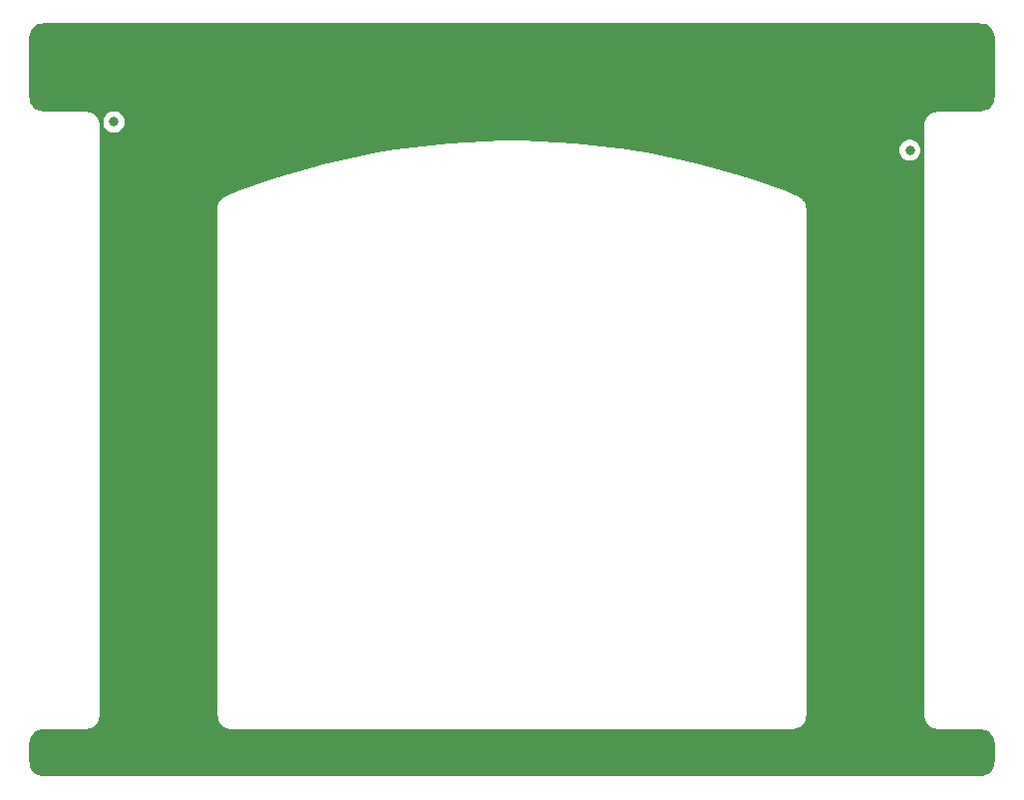
<source format=gbr>
G04 #@! TF.GenerationSoftware,KiCad,Pcbnew,7.0.8*
G04 #@! TF.CreationDate,2023-11-05T16:12:15+01:00*
G04 #@! TF.ProjectId,Front,46726f6e-742e-46b6-9963-61645f706362,rev?*
G04 #@! TF.SameCoordinates,Original*
G04 #@! TF.FileFunction,Copper,L1,Top*
G04 #@! TF.FilePolarity,Positive*
%FSLAX46Y46*%
G04 Gerber Fmt 4.6, Leading zero omitted, Abs format (unit mm)*
G04 Created by KiCad (PCBNEW 7.0.8) date 2023-11-05 16:12:15*
%MOMM*%
%LPD*%
G01*
G04 APERTURE LIST*
G04 #@! TA.AperFunction,ViaPad*
%ADD10C,0.800000*%
G04 #@! TD*
G04 APERTURE END LIST*
D10*
X163800000Y-78800000D03*
X96200000Y-76400000D03*
G04 #@! TA.AperFunction,NonConductor*
G36*
X169706578Y-68006598D02*
G01*
X169711020Y-68006889D01*
X169918851Y-68028097D01*
X169924867Y-68029011D01*
X169928545Y-68029755D01*
X169938610Y-68031794D01*
X170214879Y-68096206D01*
X170235438Y-68102938D01*
X170402697Y-68174414D01*
X170422481Y-68185084D01*
X170443316Y-68198895D01*
X170585067Y-68295695D01*
X170613110Y-68322085D01*
X170815219Y-68582583D01*
X170834917Y-68619478D01*
X170951733Y-68970885D01*
X170956809Y-68992405D01*
X170985119Y-69189887D01*
X170985634Y-69194946D01*
X170987511Y-69226005D01*
X170999300Y-69484645D01*
X170999500Y-69500029D01*
X170999500Y-73999988D01*
X170993399Y-74206580D01*
X170993106Y-74211045D01*
X170971903Y-74418841D01*
X170970989Y-74424858D01*
X170968198Y-74438638D01*
X170903795Y-74714868D01*
X170897059Y-74735440D01*
X170825582Y-74902701D01*
X170814911Y-74922487D01*
X170801091Y-74943334D01*
X170704301Y-75085070D01*
X170677911Y-75113112D01*
X170417415Y-75315219D01*
X170380520Y-75334917D01*
X170029112Y-75451734D01*
X170007591Y-75456810D01*
X169810110Y-75485119D01*
X169805051Y-75485634D01*
X169773989Y-75487512D01*
X169515355Y-75499300D01*
X169499971Y-75499500D01*
X166510334Y-75499500D01*
X166507618Y-75499275D01*
X166499980Y-75499500D01*
X166497697Y-75499500D01*
X166496480Y-75499602D01*
X166474905Y-75500239D01*
X166294946Y-75505551D01*
X166292974Y-75505492D01*
X166292775Y-75505511D01*
X166289487Y-75505729D01*
X166289395Y-75505732D01*
X166287495Y-75506036D01*
X166171002Y-75517923D01*
X166143123Y-75512736D01*
X166093931Y-75524206D01*
X166089779Y-75524692D01*
X166089849Y-75525040D01*
X166080801Y-75526848D01*
X166078429Y-75527208D01*
X166075560Y-75527902D01*
X165870332Y-75569475D01*
X165867982Y-75569829D01*
X165866382Y-75570231D01*
X165864168Y-75571014D01*
X165774015Y-75598120D01*
X165769430Y-75599309D01*
X165765354Y-75600202D01*
X165758632Y-75602381D01*
X165715109Y-75612528D01*
X165710319Y-75619587D01*
X165680219Y-75637892D01*
X165587022Y-75677718D01*
X165586432Y-75677959D01*
X165585851Y-75678358D01*
X165421068Y-75787589D01*
X165419100Y-75788801D01*
X165417377Y-75790367D01*
X165400244Y-75804842D01*
X165398435Y-75806267D01*
X165396938Y-75808011D01*
X165264590Y-75951955D01*
X165264532Y-75952008D01*
X165264536Y-75952011D01*
X165256962Y-75960239D01*
X165251094Y-75969763D01*
X165251093Y-75969762D01*
X165251058Y-75969831D01*
X165171504Y-76098830D01*
X165171316Y-76099112D01*
X165171207Y-76099407D01*
X165094513Y-76285127D01*
X165093684Y-76286983D01*
X165093232Y-76289012D01*
X165044055Y-76481370D01*
X165043289Y-76483925D01*
X165043017Y-76486561D01*
X165014034Y-76688731D01*
X165013571Y-76691035D01*
X165013305Y-76693654D01*
X165013298Y-76695993D01*
X165008927Y-76768284D01*
X165001132Y-76897208D01*
X165001011Y-76899202D01*
X165000808Y-76900784D01*
X165000754Y-76903380D01*
X165000754Y-76903381D01*
X165000752Y-76903476D01*
X165000748Y-76903555D01*
X165000614Y-76906198D01*
X165000696Y-76907724D01*
X164999545Y-76996487D01*
X164999500Y-76997151D01*
X164999500Y-77000015D01*
X164999337Y-77012697D01*
X164999500Y-77014132D01*
X164999500Y-126490822D01*
X164999305Y-126493480D01*
X164999500Y-126500014D01*
X164999500Y-126502925D01*
X164999622Y-126504206D01*
X165005573Y-126705757D01*
X165005533Y-126707876D01*
X165005719Y-126710707D01*
X165006069Y-126712824D01*
X165006114Y-126713256D01*
X165027090Y-126918836D01*
X165027223Y-126921379D01*
X165027473Y-126923008D01*
X165028110Y-126925459D01*
X165069517Y-127129874D01*
X165069967Y-127132792D01*
X165070131Y-127133442D01*
X165071129Y-127136210D01*
X165091518Y-127204025D01*
X165094135Y-127212729D01*
X165098119Y-127225978D01*
X165098781Y-127228530D01*
X165099917Y-127230913D01*
X165177723Y-127412987D01*
X165177956Y-127413558D01*
X165178360Y-127414149D01*
X165256301Y-127531727D01*
X165268640Y-127571645D01*
X165294522Y-127591726D01*
X165297567Y-127594644D01*
X165304569Y-127600147D01*
X165308220Y-127603252D01*
X165425590Y-127711167D01*
X165454603Y-127737842D01*
X165460233Y-127743032D01*
X165460275Y-127743058D01*
X165460278Y-127743060D01*
X165460280Y-127743060D01*
X165461420Y-127743753D01*
X165518694Y-127779074D01*
X165547364Y-127810944D01*
X165579212Y-127821531D01*
X165616108Y-127841229D01*
X165640089Y-127859835D01*
X165661561Y-127857512D01*
X165686957Y-127864945D01*
X165785049Y-127905452D01*
X165786892Y-127906278D01*
X165788776Y-127906706D01*
X165981147Y-127955886D01*
X165986469Y-127957505D01*
X165990474Y-127958922D01*
X165997406Y-127960549D01*
X166039683Y-127974603D01*
X166047928Y-127970838D01*
X166083167Y-127970831D01*
X166113574Y-127975189D01*
X166131106Y-127983187D01*
X166176185Y-127985242D01*
X166179831Y-127985819D01*
X166189317Y-127986318D01*
X166193551Y-127986746D01*
X166196505Y-127986730D01*
X166393366Y-127998634D01*
X166397208Y-127999179D01*
X166401841Y-127999228D01*
X166405117Y-127999349D01*
X166410271Y-127999675D01*
X166414236Y-127999385D01*
X166486273Y-128000321D01*
X166487728Y-128000500D01*
X166500015Y-128000500D01*
X166500092Y-128000501D01*
X166500092Y-128000500D01*
X166510497Y-128000637D01*
X166510493Y-128000931D01*
X166514986Y-128000683D01*
X166587732Y-128003999D01*
X166605031Y-128000500D01*
X169499988Y-128000500D01*
X169706578Y-128006598D01*
X169711020Y-128006889D01*
X169918851Y-128028097D01*
X169924867Y-128029011D01*
X169928545Y-128029755D01*
X169938610Y-128031794D01*
X170214879Y-128096206D01*
X170235438Y-128102938D01*
X170402697Y-128174414D01*
X170422481Y-128185084D01*
X170443316Y-128198895D01*
X170585067Y-128295695D01*
X170613110Y-128322085D01*
X170815219Y-128582583D01*
X170834917Y-128619478D01*
X170951733Y-128970885D01*
X170956809Y-128992405D01*
X170985119Y-129189887D01*
X170985634Y-129194946D01*
X170987511Y-129226005D01*
X170999300Y-129484645D01*
X170999500Y-129500029D01*
X170999500Y-130499988D01*
X170993399Y-130706580D01*
X170993106Y-130711045D01*
X170971903Y-130918841D01*
X170970989Y-130924858D01*
X170968198Y-130938638D01*
X170903795Y-131214868D01*
X170897059Y-131235440D01*
X170825582Y-131402701D01*
X170814911Y-131422487D01*
X170801091Y-131443334D01*
X170704301Y-131585070D01*
X170677911Y-131613112D01*
X170417415Y-131815219D01*
X170380520Y-131834917D01*
X170029112Y-131951734D01*
X170007591Y-131956810D01*
X169810110Y-131985119D01*
X169805051Y-131985634D01*
X169773989Y-131987512D01*
X169515355Y-131999300D01*
X169499971Y-131999500D01*
X90500029Y-131999500D01*
X90484645Y-131999300D01*
X90226005Y-131987511D01*
X90194946Y-131985634D01*
X90189887Y-131985119D01*
X89992405Y-131956809D01*
X89970885Y-131951733D01*
X89619478Y-131834917D01*
X89582583Y-131815219D01*
X89322085Y-131613110D01*
X89295695Y-131585067D01*
X89198895Y-131443316D01*
X89185084Y-131422481D01*
X89174414Y-131402697D01*
X89102940Y-131235443D01*
X89096206Y-131214879D01*
X89031794Y-130938610D01*
X89029011Y-130924867D01*
X89028097Y-130918850D01*
X89028096Y-130918841D01*
X89006889Y-130711020D01*
X89006598Y-130706577D01*
X89000500Y-130499987D01*
X89000500Y-129500029D01*
X89000502Y-129499819D01*
X89000699Y-129484637D01*
X89012486Y-129225981D01*
X89014364Y-129194941D01*
X89014876Y-129189902D01*
X89043189Y-128992405D01*
X89048261Y-128970900D01*
X89165084Y-128619471D01*
X89184774Y-128582591D01*
X89386893Y-128322080D01*
X89414927Y-128295698D01*
X89556720Y-128198868D01*
X89577521Y-128185079D01*
X89597292Y-128174417D01*
X89764569Y-128102934D01*
X89785110Y-128096209D01*
X90061386Y-128031794D01*
X90071641Y-128029717D01*
X90075141Y-128029009D01*
X90081135Y-128028097D01*
X90288981Y-128006889D01*
X90293414Y-128006598D01*
X90500012Y-128000500D01*
X93394968Y-128000500D01*
X93407607Y-128004211D01*
X93485010Y-128000683D01*
X93489506Y-128000929D01*
X93489503Y-128000637D01*
X93499907Y-128000500D01*
X93499908Y-128000501D01*
X93499985Y-128000500D01*
X93500099Y-128000500D01*
X93516156Y-128000500D01*
X93517638Y-128000270D01*
X93586772Y-127999372D01*
X93590638Y-127999623D01*
X93594864Y-127999352D01*
X93598191Y-127999228D01*
X93603623Y-127999171D01*
X93607597Y-127998575D01*
X93803724Y-127986716D01*
X93806772Y-127986721D01*
X93810768Y-127986315D01*
X93820887Y-127985790D01*
X93824401Y-127985214D01*
X93860423Y-127983572D01*
X93886421Y-127975190D01*
X93916824Y-127970832D01*
X93955069Y-127976346D01*
X94002508Y-127960577D01*
X94009870Y-127958857D01*
X94013297Y-127957613D01*
X94019086Y-127955826D01*
X94211355Y-127906671D01*
X94213160Y-127906258D01*
X94214984Y-127905437D01*
X94313042Y-127864945D01*
X94313047Y-127864943D01*
X94359729Y-127859974D01*
X94383890Y-127841230D01*
X94420785Y-127821532D01*
X94450727Y-127811578D01*
X94458769Y-127796876D01*
X94481294Y-127779080D01*
X94537244Y-127744575D01*
X94539716Y-127743061D01*
X94539721Y-127743060D01*
X94539724Y-127743056D01*
X94539763Y-127743033D01*
X94539795Y-127743002D01*
X94539802Y-127742999D01*
X94539806Y-127742992D01*
X94541360Y-127741551D01*
X94691760Y-127603269D01*
X94695463Y-127600125D01*
X94702992Y-127594224D01*
X94705941Y-127591365D01*
X94731061Y-127571875D01*
X94734898Y-127547345D01*
X94743692Y-127531735D01*
X94821687Y-127414072D01*
X94822007Y-127413607D01*
X94822013Y-127413602D01*
X94822015Y-127413595D01*
X94822040Y-127413560D01*
X94822059Y-127413513D01*
X94822063Y-127413508D01*
X94822064Y-127413501D01*
X94822318Y-127412885D01*
X94827334Y-127401149D01*
X94899993Y-127231120D01*
X94901248Y-127228513D01*
X94901964Y-127225699D01*
X94905139Y-127215138D01*
X94928773Y-127136524D01*
X94930024Y-127133116D01*
X94930562Y-127129467D01*
X94953502Y-127016225D01*
X94971968Y-126925063D01*
X94972767Y-126921903D01*
X94972927Y-126918641D01*
X94993419Y-126717820D01*
X94994218Y-126713256D01*
X94994268Y-126711346D01*
X94994542Y-126707175D01*
X94994455Y-126704723D01*
X95000125Y-126512688D01*
X95000500Y-126509841D01*
X95000500Y-126500014D01*
X95000694Y-126493480D01*
X95000500Y-126490822D01*
X95000500Y-84017440D01*
X104999235Y-84017440D01*
X104999500Y-84020250D01*
X104999500Y-126490307D01*
X104999391Y-126491705D01*
X104999500Y-126499981D01*
X104999500Y-126507911D01*
X104999620Y-126509289D01*
X105000701Y-126592671D01*
X105000630Y-126594158D01*
X105000752Y-126596526D01*
X105000877Y-126602564D01*
X105001312Y-126605786D01*
X105013310Y-126804203D01*
X105013325Y-126806597D01*
X105013593Y-126809224D01*
X105014078Y-126811576D01*
X105043031Y-127013537D01*
X105043314Y-127016225D01*
X105044113Y-127018855D01*
X105093253Y-127211067D01*
X105093708Y-127213093D01*
X105094574Y-127215017D01*
X105171179Y-127400523D01*
X105171193Y-127400556D01*
X105171317Y-127400887D01*
X105171489Y-127401143D01*
X105255525Y-127537409D01*
X105256962Y-127539758D01*
X105256997Y-127539796D01*
X105257001Y-127539802D01*
X105257006Y-127539805D01*
X105258416Y-127541328D01*
X105396990Y-127692044D01*
X105398493Y-127693790D01*
X105400352Y-127695247D01*
X105410301Y-127703652D01*
X105417286Y-127709553D01*
X105419161Y-127711262D01*
X105421336Y-127712586D01*
X105585827Y-127821622D01*
X105586394Y-127822009D01*
X105586397Y-127822013D01*
X105586400Y-127822014D01*
X105586438Y-127822040D01*
X105586485Y-127822059D01*
X105586491Y-127822063D01*
X105586497Y-127822064D01*
X105586925Y-127822238D01*
X105680233Y-127862112D01*
X105709369Y-127886132D01*
X105758239Y-127897526D01*
X105765445Y-127899896D01*
X105769039Y-127900637D01*
X105774360Y-127901982D01*
X105863787Y-127928868D01*
X105867122Y-127930071D01*
X105867157Y-127930079D01*
X105870649Y-127930586D01*
X106075219Y-127972025D01*
X106079004Y-127972963D01*
X106081610Y-127973356D01*
X106091319Y-127975418D01*
X106091284Y-127975578D01*
X106094580Y-127975942D01*
X106131507Y-127984551D01*
X106132043Y-127984259D01*
X106170965Y-127982071D01*
X106286950Y-127993906D01*
X106289340Y-127994310D01*
X106293140Y-127994558D01*
X106295542Y-127994463D01*
X106489145Y-128000179D01*
X106491892Y-128000500D01*
X106499901Y-128000500D01*
X106499980Y-128000500D01*
X106507618Y-128000724D01*
X106510334Y-128000500D01*
X153489666Y-128000500D01*
X153492381Y-128000724D01*
X153500020Y-128000500D01*
X153509842Y-128000500D01*
X153512689Y-128000125D01*
X153705137Y-127994443D01*
X153707909Y-127994523D01*
X153710699Y-127994335D01*
X153713335Y-127993876D01*
X153829040Y-127982070D01*
X153856905Y-127987253D01*
X153905446Y-127975936D01*
X153909175Y-127975524D01*
X153909116Y-127975232D01*
X153918905Y-127973223D01*
X153922688Y-127972647D01*
X153925818Y-127971814D01*
X154129475Y-127930560D01*
X154133114Y-127930024D01*
X154136518Y-127928775D01*
X154225761Y-127901945D01*
X154230826Y-127900653D01*
X154235408Y-127899687D01*
X154242169Y-127897430D01*
X154284868Y-127887474D01*
X154289652Y-127880425D01*
X154319754Y-127862116D01*
X154413044Y-127822249D01*
X154413502Y-127822064D01*
X154413508Y-127822063D01*
X154413512Y-127822059D01*
X154413559Y-127822041D01*
X154413597Y-127822014D01*
X154413601Y-127822013D01*
X154413603Y-127822009D01*
X154413981Y-127821749D01*
X154578349Y-127712792D01*
X154580798Y-127711320D01*
X154582860Y-127709427D01*
X154599540Y-127695337D01*
X154601462Y-127693838D01*
X154602984Y-127692070D01*
X154741553Y-127541359D01*
X154742990Y-127539808D01*
X154742999Y-127539802D01*
X154743004Y-127539793D01*
X154743035Y-127539760D01*
X154743056Y-127539724D01*
X154743060Y-127539721D01*
X154743061Y-127539716D01*
X154744548Y-127537289D01*
X154828507Y-127401149D01*
X154828645Y-127400938D01*
X154828650Y-127400934D01*
X154828652Y-127400928D01*
X154828682Y-127400883D01*
X154828699Y-127400837D01*
X154828704Y-127400830D01*
X154828705Y-127400820D01*
X154828806Y-127400556D01*
X154905384Y-127215111D01*
X154906253Y-127213192D01*
X154906678Y-127211328D01*
X154955826Y-127019086D01*
X154956715Y-127016205D01*
X154957012Y-127013229D01*
X154985854Y-126812026D01*
X154986487Y-126809073D01*
X154986721Y-126806772D01*
X154986716Y-126803724D01*
X154998575Y-126607597D01*
X154999171Y-126603623D01*
X154999228Y-126598191D01*
X154999352Y-126594864D01*
X154999623Y-126590638D01*
X154999372Y-126586772D01*
X155000270Y-126517638D01*
X155000500Y-126516156D01*
X155000500Y-126499985D01*
X155000608Y-126491724D01*
X155000500Y-126490317D01*
X155000500Y-84020250D01*
X155000764Y-84017440D01*
X155000500Y-84008458D01*
X155000500Y-84000382D01*
X155000178Y-83997631D01*
X154994590Y-83808980D01*
X154994680Y-83806254D01*
X154994502Y-83803694D01*
X154994033Y-83800990D01*
X154971616Y-83597790D01*
X154971441Y-83595425D01*
X154970817Y-83593155D01*
X154922437Y-83389632D01*
X154921836Y-83386293D01*
X154920571Y-83383112D01*
X154910391Y-83353330D01*
X154909617Y-83350683D01*
X154908370Y-83348300D01*
X154826088Y-83175664D01*
X154825978Y-83175361D01*
X154820834Y-83164618D01*
X154820803Y-83164577D01*
X154820802Y-83164574D01*
X154820799Y-83164571D01*
X154814019Y-83155502D01*
X154813550Y-83154991D01*
X154711734Y-83020210D01*
X154711068Y-83019310D01*
X154709671Y-83018065D01*
X154559889Y-82883249D01*
X154558386Y-82881806D01*
X154556666Y-82880695D01*
X154459538Y-82813975D01*
X154457435Y-82812353D01*
X154456201Y-82811589D01*
X154453811Y-82810417D01*
X154415639Y-82789310D01*
X154275795Y-82711982D01*
X154273482Y-82710529D01*
X154272570Y-82710074D01*
X154270029Y-82709074D01*
X154145909Y-82653781D01*
X154139345Y-82648199D01*
X154079424Y-82624179D01*
X154078059Y-82623588D01*
X154077439Y-82623383D01*
X154055305Y-82614511D01*
X154055303Y-82614510D01*
X154055213Y-82614474D01*
X154055212Y-82614474D01*
X154044472Y-82610178D01*
X154044300Y-82610127D01*
X153339905Y-82329516D01*
X151896000Y-81793595D01*
X150439805Y-81292033D01*
X148972136Y-80825110D01*
X147493816Y-80393090D01*
X146005677Y-79996213D01*
X144508553Y-79634704D01*
X143003284Y-79308765D01*
X141490716Y-79018579D01*
X140184922Y-78800000D01*
X162894540Y-78800000D01*
X162914326Y-78988256D01*
X162914327Y-78988259D01*
X162972818Y-79168277D01*
X162972821Y-79168284D01*
X163067467Y-79332216D01*
X163193976Y-79472718D01*
X163194129Y-79472888D01*
X163347265Y-79584148D01*
X163347270Y-79584151D01*
X163520192Y-79661142D01*
X163520197Y-79661144D01*
X163705354Y-79700500D01*
X163705355Y-79700500D01*
X163894644Y-79700500D01*
X163894646Y-79700500D01*
X164079803Y-79661144D01*
X164252730Y-79584151D01*
X164405871Y-79472888D01*
X164532533Y-79332216D01*
X164627179Y-79168284D01*
X164685674Y-78988256D01*
X164705460Y-78800000D01*
X164685674Y-78611744D01*
X164627179Y-78431716D01*
X164532533Y-78267784D01*
X164405871Y-78127112D01*
X164405870Y-78127111D01*
X164252734Y-78015851D01*
X164252729Y-78015848D01*
X164079807Y-77938857D01*
X164079802Y-77938855D01*
X163934001Y-77907865D01*
X163894646Y-77899500D01*
X163705354Y-77899500D01*
X163672897Y-77906398D01*
X163520197Y-77938855D01*
X163520192Y-77938857D01*
X163347270Y-78015848D01*
X163347265Y-78015851D01*
X163194129Y-78127111D01*
X163067466Y-78267785D01*
X162972821Y-78431715D01*
X162972818Y-78431722D01*
X162935656Y-78546097D01*
X162914326Y-78611744D01*
X162894540Y-78800000D01*
X140184922Y-78800000D01*
X139971698Y-78764308D01*
X138447082Y-78546097D01*
X136917724Y-78364066D01*
X135384484Y-78218319D01*
X133848220Y-78108937D01*
X132309797Y-78035981D01*
X130770076Y-77999493D01*
X129229924Y-77999493D01*
X127690203Y-78035981D01*
X126151780Y-78108937D01*
X124615516Y-78218319D01*
X123082276Y-78364066D01*
X121552918Y-78546097D01*
X120028302Y-78764308D01*
X118509284Y-79018579D01*
X116996716Y-79308765D01*
X115491447Y-79634704D01*
X113994323Y-79996213D01*
X112506184Y-80393090D01*
X111027864Y-80825110D01*
X109560195Y-81292033D01*
X108104000Y-81793595D01*
X106660096Y-82329516D01*
X105945047Y-82614370D01*
X105944785Y-82614474D01*
X105922248Y-82623508D01*
X105921515Y-82623755D01*
X105920338Y-82624273D01*
X105917050Y-82625590D01*
X105915350Y-82626489D01*
X105730586Y-82708800D01*
X105728512Y-82709590D01*
X105726265Y-82710712D01*
X105724424Y-82711859D01*
X105546258Y-82810376D01*
X105544257Y-82811353D01*
X105542681Y-82812324D01*
X105540910Y-82813665D01*
X105443315Y-82880704D01*
X105441631Y-82881792D01*
X105440152Y-82883208D01*
X105290897Y-83017552D01*
X105288935Y-83019305D01*
X105286139Y-83023022D01*
X105185882Y-83155739D01*
X105185238Y-83156450D01*
X105179169Y-83164610D01*
X105174549Y-83174178D01*
X105174310Y-83174823D01*
X105091550Y-83348462D01*
X105090421Y-83350634D01*
X105089698Y-83353068D01*
X105079338Y-83383372D01*
X105078360Y-83385863D01*
X105078163Y-83386544D01*
X105077672Y-83389161D01*
X105029141Y-83593316D01*
X105028577Y-83595395D01*
X105028409Y-83597534D01*
X105005913Y-83801456D01*
X105005563Y-83803562D01*
X105005373Y-83806293D01*
X105005425Y-83808419D01*
X104999602Y-84004953D01*
X104999500Y-84006161D01*
X104999500Y-84008458D01*
X104999235Y-84017440D01*
X95000500Y-84017440D01*
X95000500Y-77014124D01*
X95000663Y-77012676D01*
X95000500Y-77000014D01*
X95000500Y-76987728D01*
X95000321Y-76986273D01*
X94999619Y-76932214D01*
X94999385Y-76914236D01*
X94999675Y-76910271D01*
X94999349Y-76905117D01*
X94999228Y-76901841D01*
X94999179Y-76897208D01*
X94998634Y-76893366D01*
X94986730Y-76696505D01*
X94986746Y-76693551D01*
X94986510Y-76691221D01*
X94985902Y-76688305D01*
X94957029Y-76486892D01*
X94956744Y-76483969D01*
X94955886Y-76481147D01*
X94935141Y-76400000D01*
X95294540Y-76400000D01*
X95314326Y-76588256D01*
X95314327Y-76588259D01*
X95372818Y-76768277D01*
X95372821Y-76768284D01*
X95467467Y-76932216D01*
X95528583Y-77000092D01*
X95594129Y-77072888D01*
X95747265Y-77184148D01*
X95747270Y-77184151D01*
X95920192Y-77261142D01*
X95920197Y-77261144D01*
X96105354Y-77300500D01*
X96105355Y-77300500D01*
X96294644Y-77300500D01*
X96294646Y-77300500D01*
X96479803Y-77261144D01*
X96652730Y-77184151D01*
X96805871Y-77072888D01*
X96932533Y-76932216D01*
X97027179Y-76768284D01*
X97085674Y-76588256D01*
X97105460Y-76400000D01*
X97085674Y-76211744D01*
X97027179Y-76031716D01*
X96932533Y-75867784D01*
X96805871Y-75727112D01*
X96805870Y-75727111D01*
X96652734Y-75615851D01*
X96652729Y-75615848D01*
X96479807Y-75538857D01*
X96479802Y-75538855D01*
X96325396Y-75506036D01*
X96294646Y-75499500D01*
X96105354Y-75499500D01*
X96074604Y-75506036D01*
X95920197Y-75538855D01*
X95920192Y-75538857D01*
X95747270Y-75615848D01*
X95747265Y-75615851D01*
X95594129Y-75727111D01*
X95467466Y-75867785D01*
X95372821Y-76031715D01*
X95372818Y-76031722D01*
X95314327Y-76211740D01*
X95314326Y-76211744D01*
X95294540Y-76400000D01*
X94935141Y-76400000D01*
X94906706Y-76288776D01*
X94906278Y-76286892D01*
X94905452Y-76285049D01*
X94828795Y-76099418D01*
X94828704Y-76099174D01*
X94828704Y-76099170D01*
X94828701Y-76099166D01*
X94828683Y-76099116D01*
X94828465Y-76098782D01*
X94743753Y-75961420D01*
X94743060Y-75960280D01*
X94743060Y-75960278D01*
X94743058Y-75960275D01*
X94743032Y-75960233D01*
X94737842Y-75954603D01*
X94735407Y-75951955D01*
X94603252Y-75808220D01*
X94601640Y-75806324D01*
X94599729Y-75804820D01*
X94583027Y-75790712D01*
X94580967Y-75788808D01*
X94578591Y-75787366D01*
X94414149Y-75678360D01*
X94413560Y-75677957D01*
X94412986Y-75677723D01*
X94319774Y-75637890D01*
X94290637Y-75613869D01*
X94241453Y-75602402D01*
X94234777Y-75600231D01*
X94230570Y-75599310D01*
X94225983Y-75598120D01*
X94204025Y-75591518D01*
X94136210Y-75571129D01*
X94133442Y-75570131D01*
X94132792Y-75569967D01*
X94129874Y-75569517D01*
X93925459Y-75528110D01*
X93923008Y-75527473D01*
X93919721Y-75526970D01*
X93909490Y-75525004D01*
X93868456Y-75515437D01*
X93867903Y-75515739D01*
X93829000Y-75517923D01*
X93712824Y-75506069D01*
X93710707Y-75505719D01*
X93707876Y-75505533D01*
X93705757Y-75505573D01*
X93504206Y-75499622D01*
X93502925Y-75499500D01*
X93500099Y-75499500D01*
X93500020Y-75499500D01*
X93492381Y-75499275D01*
X93489666Y-75499500D01*
X90500029Y-75499500D01*
X90484645Y-75499300D01*
X90226005Y-75487511D01*
X90194946Y-75485634D01*
X90189887Y-75485119D01*
X89992405Y-75456809D01*
X89970885Y-75451733D01*
X89619478Y-75334917D01*
X89582583Y-75315219D01*
X89322085Y-75113110D01*
X89295695Y-75085067D01*
X89198895Y-74943316D01*
X89185084Y-74922481D01*
X89174414Y-74902697D01*
X89102940Y-74735443D01*
X89096206Y-74714879D01*
X89031794Y-74438610D01*
X89029011Y-74424867D01*
X89028097Y-74418850D01*
X89028096Y-74418841D01*
X89006889Y-74211020D01*
X89006598Y-74206577D01*
X89000500Y-73999987D01*
X89000500Y-69500029D01*
X89000502Y-69499819D01*
X89000699Y-69484637D01*
X89012486Y-69225981D01*
X89014364Y-69194941D01*
X89014876Y-69189902D01*
X89043189Y-68992405D01*
X89048261Y-68970900D01*
X89165084Y-68619471D01*
X89184774Y-68582591D01*
X89386893Y-68322080D01*
X89414927Y-68295698D01*
X89556720Y-68198868D01*
X89577521Y-68185079D01*
X89597292Y-68174417D01*
X89764569Y-68102934D01*
X89785110Y-68096209D01*
X90061386Y-68031794D01*
X90071641Y-68029717D01*
X90075141Y-68029009D01*
X90081135Y-68028097D01*
X90288981Y-68006889D01*
X90293414Y-68006598D01*
X90500012Y-68000500D01*
X169499988Y-68000500D01*
X169706578Y-68006598D01*
G37*
G04 #@! TD.AperFunction*
M02*

</source>
